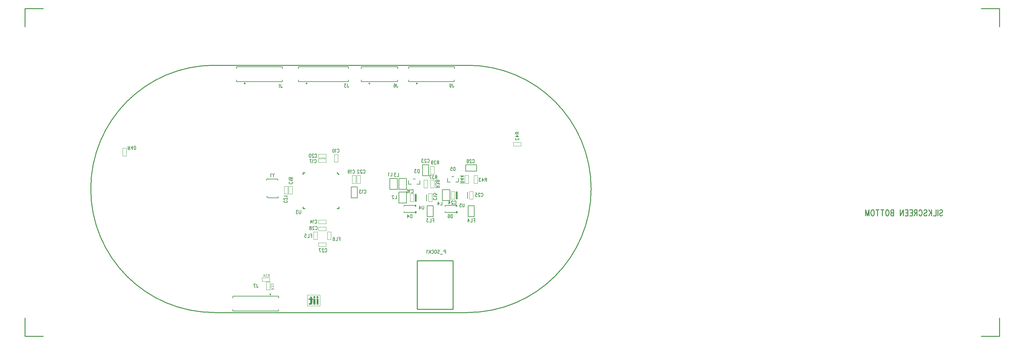
<source format=gbr>
*
*
G04 PADS VX.0 Build Number: 635560 generated Gerber (RS-274-X) file*
G04 PC Version=2.1*
*
%IN "JOG_v1.pcb"*%
*
%MOIN*%
*
%FSLAX35Y35*%
*
*
*
*
G04 PC Standard Apertures*
*
*
G04 Thermal Relief Aperture macro.*
%AMTER*
1,1,$1,0,0*
1,0,$1-$2,0,0*
21,0,$3,$4,0,0,45*
21,0,$3,$4,0,0,135*
%
*
*
G04 Annular Aperture macro.*
%AMANN*
1,1,$1,0,0*
1,0,$2,0,0*
%
*
*
G04 Odd Aperture macro.*
%AMODD*
1,1,$1,0,0*
1,0,$1-0.005,0,0*
%
*
*
G04 PC Custom Aperture Macros*
*
*
*
*
*
*
G04 PC Aperture Table*
*
%ADD010C,0.001*%
%ADD011C,0.004*%
%ADD012C,0.01*%
%ADD014C,0.006*%
%ADD015C,0.00591*%
%ADD016C,0.01575*%
%ADD017C,0.00787*%
%ADD022C,0.008*%
%ADD023C,0.00472*%
*
*
*
*
G04 PC Circuitry*
G04 Layer Name JOG_v1.pcb - circuitry*
%LPD*%
*
*
G04 PC Custom Flashes*
G04 Layer Name JOG_v1.pcb - flashes*
%LPD*%
*
*
G04 PC Circuitry*
G04 Layer Name JOG_v1.pcb - circuitry*
%LPD*%
*
G54D10*
G54D11*
G01X1804654Y1619948D02*
X1808654D01*
Y1611548*
X1804654*
Y1619948*
X1795854Y1547748D02*
Y1543748D01*
X1787454*
Y1547748*
X1795854*
X1912000Y1568300D02*
X1908000D01*
Y1576700*
X1912000*
Y1568300*
X1888000Y1576700D02*
X1892000D01*
Y1568300*
X1888000*
Y1576700*
X1795854Y1615248D02*
Y1611248D01*
X1787454*
Y1615248*
X1795854*
X1758654Y1576548D02*
X1754654D01*
Y1584948*
X1758654*
Y1576548*
X1824500Y1596700D02*
X1828500D01*
Y1588300*
X1824500*
Y1596700*
X1795854Y1620248D02*
Y1616248D01*
X1787454*
Y1620248*
X1795854*
X1753654Y1576548D02*
X1749654D01*
Y1584948*
X1753654*
Y1576548*
X1829500Y1596700D02*
X1833500D01*
Y1588300*
X1829500*
Y1596700*
X1933000Y1579200D02*
X1937000D01*
Y1570800*
X1933000*
Y1579200*
X1957000Y1570800D02*
X1953000D01*
Y1579200*
X1957000*
Y1570800*
X1787454Y1518748D02*
Y1522748D01*
X1795854*
Y1518748*
X1787454*
Y1536248D02*
Y1540248D01*
X1795854*
Y1536248*
X1787454*
X1786154Y1526548D02*
X1782154D01*
Y1534948*
X1786154*
Y1526548*
X1801154D02*
X1797154D01*
Y1534948*
X1801154*
Y1526548*
X1903000Y1591700D02*
X1907000D01*
Y1583300*
X1903000*
Y1591700*
X1914500Y1583300D02*
X1910500D01*
Y1591700*
X1914500*
Y1583300*
Y1598300D02*
X1910500D01*
Y1606700*
X1914500*
Y1598300*
X1576500Y1618300D02*
X1572500D01*
Y1626700*
X1576500*
Y1618300*
X2001300Y1629000D02*
Y1633000D01*
X2009700*
Y1629000*
X2001300*
X1958000Y1596700D02*
X1962000D01*
Y1588300*
X1958000*
Y1596700*
X1948000D02*
X1952000D01*
Y1588300*
X1948000*
Y1596700*
X1734000Y1471300D02*
X1730000D01*
Y1479700*
X1734000*
Y1471300*
X1733700Y1484500D02*
Y1480500D01*
X1725300*
Y1484500*
X1733700*
X1775677Y1465355D02*
Y1465341D01*
X1775620*
Y1465328*
X1775555*
Y1465315*
X1775503*
Y1465302*
X1775464*
Y1465289*
X1775437*
Y1465276*
X1775398*
Y1465263*
X1775372*
Y1465250*
X1775346*
Y1465237*
X1775320*
Y1465224*
X1775307*
Y1465211*
X1775281*
Y1465198*
X1775255*
Y1465185*
X1775242*
Y1465172*
X1775229*
Y1465159*
X1775203*
Y1465146*
X1775190*
Y1465133*
X1775177*
Y1465120*
X1775164*
Y1465107*
X1775151*
Y1465094*
X1775138*
Y1465081*
X1775125*
Y1465068*
X1775112*
Y1465055*
X1775099*
Y1465042*
X1775086*
Y1465029*
X1775073*
Y1465003*
X1775060*
Y1464990*
X1775047*
Y1464964*
X1775034*
Y1464951*
X1775021*
Y1464924*
X1775008*
Y1464898*
X1774995*
Y1464872*
X1774982*
Y1464846*
X1774969*
Y1464807*
X1774956*
Y1464768*
X1774943*
Y1464716*
X1774930*
Y1454143*
X1774943*
Y1454091*
X1774956*
Y1454052*
X1774969*
Y1454013*
X1774982*
Y1453987*
X1774995*
Y1453961*
X1775008*
Y1453935*
X1775021*
Y1453909*
X1775034*
Y1453896*
X1775047*
Y1453870*
X1775060*
Y1453857*
X1775073*
Y1453831*
X1775086*
Y1453818*
X1775099*
Y1453805*
X1775112*
Y1453792*
X1775125*
Y1453779*
X1775138*
Y1453766*
X1775151*
Y1453753*
X1775164*
Y1453740*
X1775177*
Y1453727*
X1775190*
Y1453714*
X1775203*
Y1453701*
X1775229*
Y1453687*
X1775229D02*
X1775242D01*
X1775242D02*
Y1453674D01*
X1775255*
Y1453661*
X1775281*
Y1453648*
X1775307*
Y1453635*
X1775320*
Y1453622*
X1775346*
Y1453609*
X1775372*
Y1453596*
X1775398*
Y1453583*
X1775437*
Y1453570*
X1775464*
Y1453557*
X1775516*
Y1453544*
X1775633*
Y1453531*
X1789083*
Y1464703*
X1789070*
Y1464768*
X1789057*
Y1464807*
X1789044*
Y1464846*
X1789031*
Y1464872*
X1789018*
Y1464898*
X1789005*
Y1464924*
X1788992*
Y1464951*
X1788979*
Y1464964*
X1788966*
Y1464990*
X1788953*
Y1465003*
X1788940*
Y1465016*
X1788927*
Y1465042*
X1788914*
Y1465055*
X1788901*
Y1465068*
X1788888*
Y1465081*
X1788875*
Y1465094*
X1788862*
Y1465107*
X1788849*
Y1465120*
X1788836*
Y1465133*
X1788823*
Y1465146*
X1788810*
Y1465159*
X1788784*
Y1465172*
X1788771*
Y1465185*
X1788745*
Y1465198*
X1788732*
Y1465211*
X1788706*
Y1465224*
X1788693*
Y1465237*
X1788667*
Y1465250*
X1788641*
Y1465263*
X1788615*
Y1465276*
X1788576*
Y1465289*
X1788549*
Y1465302*
X1788497*
Y1465315*
X1788458*
Y1465328*
X1788393*
Y1465341*
X1788338*
Y1465354*
X1775677Y1465355*
X1778471Y1463505D02*
Y1461370D01*
X1776779*
Y1460367*
X1778471*
Y1456930*
X1778458*
Y1456786*
X1778445*
Y1456695*
X1778432*
Y1456643*
X1778419*
Y1456591*
X1778406*
Y1456539*
X1778393*
Y1456500*
X1778380*
Y1456474*
X1778367*
Y1456448*
X1778354*
Y1456422*
X1778341*
Y1456396*
X1778328*
Y1456370*
X1778315*
Y1456357*
X1778302*
Y1456331*
X1778289*
Y1456318*
X1778276*
Y1456305*
X1778263*
Y1456292*
X1778250*
Y1456279*
X1778237*
Y1456266*
X1778224*
Y1456253*
X1778211*
Y1456240*
X1778185*
Y1456227*
X1778172*
Y1456214*
X1778146*
Y1456201*
X1778120*
Y1456187*
X1778094*
Y1456174*
X1778068*
Y1456161*
X1778029*
Y1456148*
X1777977*
Y1456135*
X1777924*
Y1456122*
X1777833*
Y1456109*
X1777443*
Y1456122*
X1777326*
Y1456135*
X1777234*
Y1456148*
X1777169*
Y1456161*
X1777104*
Y1456174*
X1777039*
Y1456187*
X1776987*
Y1456201*
X1776935*
Y1456214*
X1776896*
Y1456227*
X1776844*
Y1456240*
X1776831*
Y1455211*
X1776857*
Y1455198*
X1776883*
Y1455185*
X1776922*
Y1455172*
X1776961*
Y1455159*
X1777000*
Y1455146*
X1777039*
Y1455133*
X1777091*
Y1455120*
X1777143*
Y1455107*
X1777195*
Y1455094*
X1777260*
Y1455081*
X1777326*
Y1455068*
X1777391*
Y1455055*
X1777469*
Y1455042*
X1777573*
Y1455029*
X1777677*
Y1455016*
X1777807*
Y1455003*
X1777990*
Y1454990*
X1778589*
Y1455003*
X1778706*
Y1455016*
X1778784*
Y1455029*
X1778849*
Y1455042*
X1778901*
Y1455055*
X1778953*
Y1455068*
X1778992*
Y1455081*
X1779031*
Y1455094*
X1779070*
Y1455107*
X1779109*
Y1455120*
X1779135*
Y1455133*
X1779174*
Y1455146*
X1779201*
Y1455159*
X1779227*
Y1455172*
X1779253*
Y1455185*
X1779279*
Y1455198*
X1779305*
Y1455211*
X1779331*
Y1455224*
X1779357*
Y1455237*
X1779370*
Y1455250*
X1779396*
Y1455263*
X1779409*
Y1455276*
X1779435*
Y1455289*
X1779448*
Y1455302*
X1779474*
Y1455315*
X1779487*
Y1455328*
X1779513*
Y1455341*
X1779526*
Y1455354*
X1779539*
Y1455367*
X1779552*
Y1455380*
X1779578*
Y1455393*
X1779591*
Y1455406*
X1779604*
Y1455419*
X1779617*
Y1455432*
X1779630*
Y1455445*
X1779643*
Y1455458*
X1779656*
Y1455471*
X1779669*
Y1455484*
X1779682*
Y1455497*
X1779695*
Y1455510*
X1779708*
Y1455523*
X1779721*
Y1455536*
X1779734*
Y1455549*
X1779747*
Y1455562*
X1779747D02*
X1779760D01*
X1779760D02*
Y1455576D01*
X1779773*
Y1455589*
X1779786*
Y1455602*
X1779799*
Y1455628*
X1779812*
X1779812D02*
Y1455641D01*
X1779812D02*
X1779826D01*
Y1455654*
X1779839*
Y1455680*
X1779852*
Y1455693*
X1779865*
Y1455706*
X1779878*
Y1455732*
X1779891*
Y1455745*
X1779904*
Y1455771*
X1779917*
Y1455784*
X1779930*
Y1455810*
X1779943*
Y1455836*
X1779956*
Y1455849*
X1779969*
Y1455875*
X1779982*
Y1455901*
X1779995*
Y1455927*
X1780008*
Y1455953*
X1780021*
Y1455979*
X1780034*
Y1456005*
X1780047*
Y1456044*
X1780060*
Y1456070*
X1780073*
Y1456096*
X1780086*
Y1456135*
X1780099*
Y1456174*
X1780112*
Y1456214*
X1780125*
Y1456253*
X1780138*
Y1456292*
X1780151*
Y1456344*
X1780164*
Y1456396*
X1780177*
Y1456448*
X1780190*
Y1456513*
X1780203*
Y1456578*
X1780216*
Y1456656*
X1780229*
Y1456760*
X1780242*
Y1456904*
X1780255*
Y1460380*
X1781023*
Y1461318*
X1780854*
Y1461331*
X1780620*
Y1461344*
X1780372*
Y1461357*
X1780190*
Y1461383*
X1780177*
Y1461435*
X1780164*
Y1461487*
X1780151*
Y1461526*
X1780138*
Y1461578*
X1780125*
Y1461617*
X1780112*
Y1461669*
X1780099*
Y1461721*
X1780086*
Y1461760*
X1780073*
Y1461812*
X1780060*
Y1461852*
X1780047*
Y1461904*
X1780034*
Y1461956*
X1780021*
Y1461995*
X1780008*
Y1462047*
X1779995*
Y1462086*
X1779982*
Y1462138*
X1779969*
Y1462190*
X1779956*
Y1462229*
X1779943*
Y1462281*
X1779930*
Y1462320*
X1779917*
Y1462372*
X1779904*
Y1462424*
X1779891*
Y1462464*
X1779878*
Y1462516*
X1779865*
Y1462555*
X1779852*
Y1462607*
X1779839*
Y1462659*
X1779826*
Y1462698*
X1779812*
X1779812D02*
Y1462750D01*
X1779812D02*
X1779799D01*
Y1462789*
X1779786*
Y1462841*
X1779773*
Y1462893*
X1779760*
Y1462932*
X1779747*
Y1462984*
X1779734*
Y1463023*
X1779721*
Y1463076*
X1779708*
Y1463128*
X1779695*
Y1463167*
X1779682*
Y1463219*
X1779669*
Y1463271*
X1779656*
Y1463310*
X1779643*
Y1463362*
X1779630*
Y1463401*
X1779617*
Y1463453*
X1779604*
Y1463505*
X1778471*
X1785398Y1461500D02*
Y1455042D01*
X1787195*
Y1461500*
X1785398*
X1782000D02*
Y1455042D01*
X1783797*
Y1461500*
X1782000*
G54D12*
X1707005Y1697835D02*
G75*
G03X1707005I-548J0D01*
G01X1774918D02*
G03X1774918I-548J0D01*
G01X1843816D02*
G03X1843816I-548J0D01*
G01X1735115Y1466102D02*
G03X1735115I-548J0D01*
G01X1895981Y1697835D02*
G03X1895981I-548J0D01*
G01X1935079Y1503228D02*
Y1449685D01*
X1895709*
Y1503228*
X1935079*
X1809685Y1562283D02*
Y1560315D01*
X1807717*
X1772283D02*
X1770315D01*
Y1562283*
Y1597717D02*
Y1599685D01*
X1772283*
X1807717D02*
X1809685Y1597717D01*
X2469318Y1558125D02*
X2469773Y1558750D01*
X2470455Y1559063*
X2470455D02*
X2471364D01*
X2471364D02*
X2472045Y1558750D01*
X2472500Y1558125*
Y1557500*
X2472273Y1556875*
X2472045Y1556563*
X2472045D02*
X2471591Y1556250D01*
X2470227Y1555625*
X2469773Y1555313*
X2469773D02*
X2469545Y1555000D01*
X2469318Y1554375*
Y1553438*
X2469318D02*
X2469773Y1552813D01*
X2469773D02*
X2470455Y1552500D01*
X2471364*
X2472045Y1552813*
X2472045D02*
X2472500Y1553438D01*
X2467273Y1559063D02*
Y1552500D01*
X2465227Y1559063D02*
Y1552500D01*
X2462500*
X2460455Y1559063D02*
Y1552500D01*
X2457273Y1559063D02*
X2460455Y1554688D01*
X2459318Y1556250D02*
X2457273Y1552500D01*
X2452045Y1558125D02*
X2452500Y1558750D01*
X2453182Y1559063*
X2453182D02*
X2454091D01*
X2454091D02*
X2454773Y1558750D01*
X2455227Y1558125*
Y1557500*
X2455000Y1556875*
X2454773Y1556563*
X2454773D02*
X2454318Y1556250D01*
X2452955Y1555625*
X2452500Y1555313*
X2452500D02*
X2452273Y1555000D01*
X2452045Y1554375*
Y1553438*
X2452045D02*
X2452500Y1552813D01*
X2452500D02*
X2453182Y1552500D01*
X2454091*
X2454773Y1552813*
X2454773D02*
X2455227Y1553438D01*
X2446591Y1557500D02*
X2446818Y1558125D01*
X2447273Y1558750*
X2447727Y1559063*
X2447727D02*
X2448636D01*
X2448636D02*
X2449091Y1558750D01*
X2449545Y1558125*
X2449773Y1557500*
X2450000Y1556563*
X2450000D02*
Y1555000D01*
X2449773Y1554063*
X2449773D02*
X2449545Y1553438D01*
X2449545D02*
X2449091Y1552813D01*
X2449091D02*
X2448636Y1552500D01*
X2447727*
X2447273Y1552813*
X2447273D02*
X2446818Y1553438D01*
X2446818D02*
X2446591Y1554063D01*
X2444545Y1559063D02*
Y1552500D01*
Y1559063D02*
X2442500D01*
X2442500D02*
X2441818Y1558750D01*
X2441591Y1558438*
X2441591D02*
X2441364Y1557813D01*
X2441364D02*
Y1557188D01*
X2441364D02*
X2441591Y1556563D01*
X2441591D02*
X2441818Y1556250D01*
X2442500Y1555938*
X2442500D02*
X2444545D01*
X2442955D02*
X2441364Y1552500D01*
X2439318Y1559063D02*
Y1552500D01*
Y1559063D02*
X2436364D01*
X2439318Y1555938D02*
X2437500D01*
X2439318Y1552500D02*
X2436364D01*
X2434318Y1559063D02*
Y1552500D01*
Y1559063D02*
X2431364D01*
X2434318Y1555938D02*
X2432500D01*
X2434318Y1552500D02*
X2431364D01*
X2429318Y1559063D02*
Y1552500D01*
Y1559063D02*
X2426136Y1552500D01*
Y1559063D02*
Y1552500D01*
X2418864Y1559063D02*
Y1552500D01*
Y1559063D02*
X2416818D01*
X2416818D02*
X2416136Y1558750D01*
X2415909Y1558438*
X2415909D02*
X2415682Y1557813D01*
X2415682D02*
Y1557188D01*
X2415682D02*
X2415909Y1556563D01*
X2415909D02*
X2416136Y1556250D01*
X2416818Y1555938*
X2418864D02*
X2416818D01*
X2416818D02*
X2416136Y1555625D01*
X2415909Y1555313*
X2415909D02*
X2415682Y1554688D01*
X2415682D02*
Y1553750D01*
X2415909Y1553125*
X2416136Y1552813*
X2416136D02*
X2416818Y1552500D01*
X2418864*
X2412273Y1559063D02*
X2412727Y1558750D01*
X2413182Y1558125*
X2413409Y1557500*
X2413636Y1556563*
X2413636D02*
Y1555000D01*
X2413409Y1554063*
X2413409D02*
X2413182Y1553438D01*
X2413182D02*
X2412727Y1552813D01*
X2412727D02*
X2412273Y1552500D01*
X2411364*
X2410909Y1552813*
X2410909D02*
X2410455Y1553438D01*
X2410455D02*
X2410227Y1554063D01*
X2410227D02*
X2410000Y1555000D01*
Y1556563*
X2410000D02*
X2410227Y1557500D01*
X2410455Y1558125*
X2410909Y1558750*
X2411364Y1559063*
X2411364D02*
X2412273D01*
X2406364D02*
Y1552500D01*
X2407955Y1559063D02*
X2404773D01*
X2401136D02*
Y1552500D01*
X2402727Y1559063D02*
X2399545D01*
X2396136D02*
X2396591Y1558750D01*
X2397045Y1558125*
X2397273Y1557500*
X2397500Y1556563*
X2397500D02*
Y1555000D01*
X2397273Y1554063*
X2397273D02*
X2397045Y1553438D01*
X2397045D02*
X2396591Y1552813D01*
X2396591D02*
X2396136Y1552500D01*
X2395227*
X2394773Y1552813*
X2394773D02*
X2394318Y1553438D01*
X2394318D02*
X2394091Y1554063D01*
X2394091D02*
X2393864Y1555000D01*
Y1556563*
X2393864D02*
X2394091Y1557500D01*
X2394318Y1558125*
X2394773Y1558750*
X2395227Y1559063*
X2395227D02*
X2396136D01*
X2391818D02*
Y1552500D01*
Y1559063D02*
X2390000Y1552500D01*
X2388182Y1559063D02*
X2390000Y1552500D01*
X2388182Y1559063D02*
Y1552500D01*
X1673001Y1446142D02*
X1950955D01*
G03Y1717795I0J135827*
G01X1673001*
X1672971D02*
G03Y1446142I237J-135826D01*
G01X1465000Y1440000D02*
Y1420000D01*
X1485000*
Y1780000D02*
X1465000D01*
Y1760000*
X2535000D02*
Y1780000D01*
X2515000*
Y1420000D02*
X2535000D01*
Y1440000*
G54D14*
X1830079Y1572224D02*
Y1584272D01*
X1823228*
Y1572224*
X1830079*
X1901575Y1608524D02*
Y1596476D01*
X1908425*
Y1608524*
X1901575*
X1948976Y1601575D02*
X1961024D01*
Y1608425*
X1948976*
Y1601575*
X1913425Y1551476D02*
Y1563524D01*
X1906575*
Y1551476*
X1913425*
X1951575Y1563524D02*
Y1551476D01*
X1958425*
Y1563524*
X1951575*
X1874134Y1581476D02*
Y1593524D01*
X1865866*
Y1581476*
X1874134*
X1884134Y1566476D02*
Y1578524D01*
X1875866*
Y1566476*
X1884134*
Y1581476D02*
Y1593524D01*
X1875866*
Y1581476*
X1884134*
X1931634Y1568976D02*
Y1581024D01*
X1923366*
Y1568976*
X1931634*
X1905906Y1568957D02*
Y1575846D01*
X1950906Y1571457D02*
Y1578346D01*
X1778577Y1461255D02*
X1776877D01*
Y1460455*
X1778577*
Y1456630*
X1777878Y1455931*
X1776977Y1456095*
Y1455309*
X1778485Y1455057*
G03X1780177Y1456770I-230J1919*
G01Y1460455*
X1780877*
Y1461255*
X1780157*
X1779457Y1463455*
X1778577*
Y1461255*
X1776877Y1460996D02*
X1780877D01*
X1776877Y1460456D02*
X1780877D01*
X1778577Y1459916D02*
X1780177D01*
X1778577Y1459376D02*
X1780177D01*
X1778577Y1458836D02*
X1780177D01*
X1778577Y1458296D02*
X1780177D01*
X1778577Y1457756D02*
X1780177D01*
X1778577Y1457216D02*
X1780177D01*
X1778577Y1456676D02*
X1780164D01*
X1778577Y1461536D02*
X1780068D01*
X1778082Y1456136D02*
X1779996D01*
X1778577Y1462076D02*
X1779896D01*
X1778577Y1462616D02*
X1779724D01*
X1776977Y1455596D02*
X1779608D01*
X1778577Y1463156D02*
X1779552D01*
G54D15*
X1889500Y1587047D02*
X1886398D01*
Y1591181*
X1895500Y1587047D02*
X1898602D01*
Y1591181*
X1891319Y1592953D02*
X1893681D01*
X1893996Y1563937D02*
X1881398D01*
Y1562902*
X1894193Y1556063D02*
X1881461D01*
Y1557110*
X1932000Y1589547D02*
X1928898D01*
Y1593681*
X1938000Y1589547D02*
X1941102D01*
Y1593681*
X1933819Y1595453D02*
X1936181D01*
X1938996Y1563937D02*
X1926398D01*
Y1562902*
X1939193Y1556063D02*
X1926461D01*
Y1557110*
X1697402Y1701654D02*
Y1699685D01*
X1747559*
Y1701654*
X1697480Y1714252D02*
Y1716220D01*
X1747598*
Y1714252*
X1765354Y1701654D02*
Y1699685D01*
X1820354*
Y1701654*
X1765354Y1714252D02*
Y1716220D01*
X1820354*
Y1714252*
X1834291Y1701654D02*
Y1699685D01*
X1874449*
Y1701654*
X1834291Y1714252D02*
Y1716220D01*
X1874449*
Y1714252*
X1743622Y1462283D02*
Y1464252D01*
X1693465*
Y1462283*
X1743543Y1449685D02*
Y1447717D01*
X1693425*
Y1449685*
X1886378Y1701654D02*
Y1699685D01*
X1936535*
Y1701654*
X1886457Y1714252D02*
Y1716220D01*
X1936575*
Y1714252*
G54D16*
X1893874Y1563740D02*
Y1563354D01*
X1894024Y1556697D02*
Y1556260D01*
X1938874Y1563740D02*
Y1563354D01*
X1939024Y1556697D02*
Y1556260D01*
X1894094Y1568957D02*
Y1575846D01*
X1939094Y1571457D02*
Y1578346D01*
G54D17*
X1742874Y1591555D02*
Y1592700D01*
X1730362Y1592684*
Y1591555*
X1730236Y1573799D02*
X1731929Y1572106D01*
X1742953*
Y1573917*
G54D22*
X1807955Y1625000D02*
X1808091Y1625375D01*
X1808364Y1625750*
X1808636Y1625937*
X1808636D02*
X1809182D01*
X1809182D02*
X1809455Y1625750D01*
X1809727Y1625375*
X1809864Y1625000*
X1810000Y1624437*
X1810000D02*
Y1623500D01*
X1809864Y1622937*
X1809864D02*
X1809727Y1622562D01*
X1809727D02*
X1809455Y1622187D01*
X1809455D02*
X1809182Y1622000D01*
X1808636*
X1808364Y1622187*
X1808364D02*
X1808091Y1622562D01*
X1808091D02*
X1807955Y1622937D01*
X1806727Y1625187D02*
X1806455Y1625375D01*
X1806045Y1625937*
X1806045D02*
Y1622000D01*
X1804000Y1625937D02*
X1804409Y1625750D01*
X1804682Y1625187*
X1804682D02*
X1804818Y1624250D01*
Y1623687*
X1804818D02*
X1804682Y1622750D01*
X1804409Y1622187*
X1804409D02*
X1804000Y1622000D01*
X1803727*
X1803318Y1622187*
X1803318D02*
X1803045Y1622750D01*
X1802909Y1623687*
X1802909D02*
Y1624250D01*
X1803045Y1625187*
X1803045D02*
X1803318Y1625750D01*
X1803727Y1625937*
X1803727D02*
X1804000D01*
X1837455Y1580000D02*
X1837591Y1580375D01*
X1837864Y1580750*
X1838136Y1580938*
X1838136D02*
X1838682D01*
X1838682D02*
X1838955Y1580750D01*
X1839227Y1580375*
X1839364Y1580000*
X1839500Y1579438*
X1839500D02*
Y1578500D01*
X1839364Y1577938*
X1839364D02*
X1839227Y1577563D01*
X1839227D02*
X1838955Y1577188D01*
X1838955D02*
X1838682Y1577000D01*
X1838136*
X1837864Y1577188*
X1837864D02*
X1837591Y1577563D01*
X1837591D02*
X1837455Y1577938D01*
X1836227Y1580188D02*
X1835955Y1580375D01*
X1835545Y1580938*
X1835545D02*
Y1577000D01*
X1834045Y1580938D02*
X1832545D01*
X1832545D02*
X1833364Y1579438D01*
X1833364D02*
X1832955D01*
X1832955D02*
X1832682Y1579250D01*
X1832545Y1579063*
X1832545D02*
X1832409Y1578500D01*
Y1578125*
X1832545Y1577563*
X1832545D02*
X1832818Y1577188D01*
X1832818D02*
X1833227Y1577000D01*
X1833636*
X1834045Y1577188*
X1834045D02*
X1834182Y1577375D01*
X1834318Y1577750*
X1783455Y1547000D02*
X1783591Y1547375D01*
X1783864Y1547750*
X1784136Y1547938*
X1784136D02*
X1784682D01*
X1784682D02*
X1784955Y1547750D01*
X1785227Y1547375*
X1785364Y1547000*
X1785500Y1546438*
X1785500D02*
Y1545500D01*
X1785364Y1544938*
X1785364D02*
X1785227Y1544563D01*
X1785227D02*
X1784955Y1544188D01*
X1784955D02*
X1784682Y1544000D01*
X1784136*
X1783864Y1544188*
X1783864D02*
X1783591Y1544563D01*
X1783591D02*
X1783455Y1544938D01*
X1782227Y1547188D02*
X1781955Y1547375D01*
X1781545Y1547938*
X1781545D02*
Y1544000D01*
X1778955Y1547938D02*
X1780318Y1545313D01*
X1780318D02*
X1778273D01*
X1778955Y1547938D02*
Y1544000D01*
X1916500Y1572045D02*
X1916875Y1571909D01*
X1917250Y1571636*
X1917438Y1571364*
X1917438D02*
Y1570818D01*
X1917438D02*
X1917250Y1570545D01*
X1916875Y1570273*
X1916500Y1570136*
X1915938Y1570000*
X1915938D02*
X1915000D01*
X1914438Y1570136*
X1914438D02*
X1914063Y1570273D01*
X1914063D02*
X1913688Y1570545D01*
X1913688D02*
X1913500Y1570818D01*
Y1571364*
X1913688Y1571636*
X1913688D02*
X1914063Y1571909D01*
X1914063D02*
X1914438Y1572045D01*
X1916688Y1573273D02*
X1916875Y1573545D01*
X1917438Y1573955*
X1917438D02*
X1913500D01*
X1917438Y1576955D02*
Y1575591D01*
X1917438D02*
X1915750Y1575455D01*
X1915938Y1575591*
X1915938D02*
X1916125Y1576000D01*
Y1576409*
X1915938Y1576818*
X1915938D02*
X1915563Y1577091D01*
X1915563D02*
X1915000Y1577227D01*
X1914625Y1577091*
X1914063Y1576955*
X1914063D02*
X1913688Y1576682D01*
X1913688D02*
X1913500Y1576273D01*
Y1575864*
X1913688Y1575455*
X1913688D02*
X1913875Y1575318D01*
X1914250Y1575182*
X1889455Y1580500D02*
X1889591Y1580875D01*
X1889864Y1581250*
X1890136Y1581438*
X1890136D02*
X1890682D01*
X1890682D02*
X1890955Y1581250D01*
X1891227Y1580875*
X1891364Y1580500*
X1891500Y1579938*
X1891500D02*
Y1579000D01*
X1891364Y1578438*
X1891364D02*
X1891227Y1578063D01*
X1891227D02*
X1890955Y1577688D01*
X1890955D02*
X1890682Y1577500D01*
X1890136*
X1889864Y1577688*
X1889864D02*
X1889591Y1578063D01*
X1889591D02*
X1889455Y1578438D01*
X1888227Y1580688D02*
X1887955Y1580875D01*
X1887545Y1581438*
X1887545D02*
Y1577500D01*
X1884682Y1580875D02*
X1884818Y1581250D01*
X1885227Y1581438*
X1885227D02*
X1885500D01*
X1885500D02*
X1885909Y1581250D01*
X1886182Y1580688*
X1886182D02*
X1886318Y1579750D01*
Y1578813*
X1886318D02*
X1886182Y1578063D01*
X1886182D02*
X1885909Y1577688D01*
X1885909D02*
X1885500Y1577500D01*
X1885364*
X1884955Y1577688*
X1884955D02*
X1884682Y1578063D01*
X1884682D02*
X1884545Y1578625D01*
Y1578813*
X1884545D02*
X1884682Y1579375D01*
X1884955Y1579750*
X1885364Y1579938*
X1885364D02*
X1885500D01*
X1885500D02*
X1885909Y1579750D01*
X1886182Y1579375*
X1886318Y1578813*
X1782955Y1613500D02*
X1783091Y1613875D01*
X1783364Y1614250*
X1783636Y1614438*
X1783636D02*
X1784182D01*
X1784182D02*
X1784455Y1614250D01*
X1784727Y1613875*
X1784864Y1613500*
X1785000Y1612938*
X1785000D02*
Y1612000D01*
X1784864Y1611438*
X1784864D02*
X1784727Y1611063D01*
X1784727D02*
X1784455Y1610688D01*
X1784455D02*
X1784182Y1610500D01*
X1783636*
X1783364Y1610688*
X1783364D02*
X1783091Y1611063D01*
X1783091D02*
X1782955Y1611438D01*
X1781727Y1613688D02*
X1781455Y1613875D01*
X1781045Y1614438*
X1781045D02*
Y1610500D01*
X1777909Y1614438D02*
X1779273Y1610500D01*
X1779818Y1614438D02*
X1777909D01*
X1758000Y1589545D02*
X1758375Y1589409D01*
X1758750Y1589136*
X1758938Y1588864*
Y1588318*
X1758750Y1588045*
X1758375Y1587773*
X1758000Y1587636*
X1757438Y1587500*
X1756500*
X1755938Y1587636*
X1755563Y1587773*
X1755188Y1588045*
X1755000Y1588318*
Y1588864*
X1755188Y1589136*
X1755563Y1589409*
X1755938Y1589545*
X1758188Y1590773D02*
X1758375Y1591045D01*
X1758938Y1591455*
X1755000*
X1758938Y1593364D02*
X1758750Y1592955D01*
X1758375Y1592818*
X1758000*
X1757625Y1592955*
X1757438Y1593227*
X1757250Y1593773*
X1757063Y1594182*
X1756688Y1594455*
X1756313Y1594591*
X1755750*
X1755375Y1594455*
X1755188Y1594318*
X1755000Y1593909*
Y1593364*
X1755188Y1592955*
X1755375Y1592818*
X1755750Y1592682*
X1756313*
X1756688Y1592818*
X1757063Y1593091*
X1757250Y1593500*
X1757438Y1594045*
X1757625Y1594318*
X1758000Y1594455*
X1758375*
X1758750Y1594318*
X1758938Y1593909*
Y1593364*
X1824955Y1602000D02*
X1825091Y1602375D01*
X1825364Y1602750*
X1825636Y1602938*
X1825636D02*
X1826182D01*
X1826182D02*
X1826455Y1602750D01*
X1826727Y1602375*
X1826864Y1602000*
X1827000Y1601438*
X1827000D02*
Y1600500D01*
X1826864Y1599938*
X1826864D02*
X1826727Y1599563D01*
X1826727D02*
X1826455Y1599188D01*
X1826455D02*
X1826182Y1599000D01*
X1825636*
X1825364Y1599188*
X1825364D02*
X1825091Y1599563D01*
X1825091D02*
X1824955Y1599938D01*
X1823727Y1602188D02*
X1823455Y1602375D01*
X1823045Y1602938*
X1823045D02*
Y1599000D01*
X1820045Y1601625D02*
X1820182Y1601063D01*
X1820182D02*
X1820455Y1600688D01*
X1820455D02*
X1820864Y1600500D01*
X1821000*
X1821409Y1600688*
X1821409D02*
X1821682Y1601063D01*
X1821682D02*
X1821818Y1601625D01*
Y1601813*
X1821818D02*
X1821682Y1602375D01*
X1821409Y1602750*
X1821000Y1602938*
X1821000D02*
X1820864D01*
X1820864D02*
X1820455Y1602750D01*
X1820182Y1602375*
X1820045Y1601625*
Y1600688*
X1820045D02*
X1820182Y1599750D01*
X1820455Y1599188*
X1820455D02*
X1820864Y1599000D01*
X1821136*
X1821545Y1599188*
X1821545D02*
X1821682Y1599563D01*
X1783455Y1619500D02*
X1783591Y1619875D01*
X1783864Y1620250*
X1784136Y1620438*
X1784136D02*
X1784682D01*
X1784682D02*
X1784955Y1620250D01*
X1785227Y1619875*
X1785364Y1619500*
X1785500Y1618938*
X1785500D02*
Y1618000D01*
X1785364Y1617438*
X1785364D02*
X1785227Y1617063D01*
X1785227D02*
X1784955Y1616688D01*
X1784955D02*
X1784682Y1616500D01*
X1784136*
X1783864Y1616688*
X1783864D02*
X1783591Y1617063D01*
X1783591D02*
X1783455Y1617438D01*
X1782091Y1619500D02*
Y1619688D01*
X1782091D02*
X1781955Y1620063D01*
X1781955D02*
X1781818Y1620250D01*
X1781545Y1620438*
X1781545D02*
X1781000D01*
X1781000D02*
X1780727Y1620250D01*
X1780591Y1620063*
X1780591D02*
X1780455Y1619688D01*
X1780455D02*
Y1619313D01*
X1780455D02*
X1780591Y1618938D01*
X1780591D02*
X1780864Y1618375D01*
X1782227Y1616500*
X1780318*
X1778273Y1620438D02*
X1778682Y1620250D01*
X1778955Y1619688*
X1778955D02*
X1779091Y1618750D01*
Y1618188*
X1779091D02*
X1778955Y1617250D01*
X1778682Y1616688*
X1778682D02*
X1778273Y1616500D01*
X1778000*
X1777591Y1616688*
X1777591D02*
X1777318Y1617250D01*
X1777182Y1618188*
X1777182D02*
Y1618750D01*
X1777318Y1619688*
X1777318D02*
X1777591Y1620250D01*
X1778000Y1620438*
X1778000D02*
X1778273D01*
X1752500Y1569045D02*
X1752875Y1568909D01*
X1753250Y1568636*
X1753438Y1568364*
X1753438D02*
Y1567818D01*
X1753438D02*
X1753250Y1567545D01*
X1752875Y1567273*
X1752500Y1567136*
X1751938Y1567000*
X1751938D02*
X1751000D01*
X1750438Y1567136*
X1750438D02*
X1750063Y1567273D01*
X1750063D02*
X1749688Y1567545D01*
X1749688D02*
X1749500Y1567818D01*
Y1568364*
X1749688Y1568636*
X1749688D02*
X1750063Y1568909D01*
X1750063D02*
X1750438Y1569045D01*
X1752500Y1570409D02*
X1752688D01*
X1752688D02*
X1753063Y1570545D01*
X1753063D02*
X1753250Y1570682D01*
X1753438Y1570955*
X1753438D02*
Y1571500D01*
X1753438D02*
X1753250Y1571773D01*
X1753063Y1571909*
X1753063D02*
X1752688Y1572045D01*
X1752688D02*
X1752313D01*
X1752313D02*
X1751938Y1571909D01*
X1751938D02*
X1751375Y1571636D01*
X1749500Y1570273*
Y1572182*
X1752688Y1573409D02*
X1752875Y1573682D01*
X1753438Y1574091*
X1753438D02*
X1749500D01*
X1836455Y1602000D02*
X1836591Y1602375D01*
X1836864Y1602750*
X1837136Y1602937*
X1837136D02*
X1837682D01*
X1837682D02*
X1837955Y1602750D01*
X1838227Y1602375*
X1838364Y1602000*
X1838500Y1601437*
X1838500D02*
Y1600500D01*
X1838364Y1599937*
X1838364D02*
X1838227Y1599562D01*
X1838227D02*
X1837955Y1599187D01*
X1837955D02*
X1837682Y1599000D01*
X1837136*
X1836864Y1599187*
X1836864D02*
X1836591Y1599562D01*
X1836591D02*
X1836455Y1599937D01*
X1835091Y1602000D02*
Y1602187D01*
X1835091D02*
X1834955Y1602562D01*
X1834955D02*
X1834818Y1602750D01*
X1834545Y1602937*
X1834545D02*
X1834000D01*
X1834000D02*
X1833727Y1602750D01*
X1833591Y1602562*
X1833591D02*
X1833455Y1602187D01*
X1833455D02*
Y1601812D01*
X1833455D02*
X1833591Y1601437D01*
X1833591D02*
X1833864Y1600875D01*
X1835227Y1599000*
X1833318*
X1831955Y1602000D02*
Y1602187D01*
X1831955D02*
X1831818Y1602562D01*
X1831818D02*
X1831682Y1602750D01*
X1831409Y1602937*
X1831409D02*
X1830864D01*
X1830864D02*
X1830591Y1602750D01*
X1830455Y1602562*
X1830455D02*
X1830318Y1602187D01*
X1830318D02*
Y1601812D01*
X1830318D02*
X1830455Y1601437D01*
X1830455D02*
X1830727Y1600875D01*
X1832091Y1599000*
X1830182*
X1906955Y1614000D02*
X1907091Y1614375D01*
X1907364Y1614750*
X1907636Y1614937*
X1907636D02*
X1908182D01*
X1908182D02*
X1908455Y1614750D01*
X1908727Y1614375*
X1908864Y1614000*
X1909000Y1613437*
X1909000D02*
Y1612500D01*
X1908864Y1611937*
X1908864D02*
X1908727Y1611562D01*
X1908727D02*
X1908455Y1611187D01*
X1908455D02*
X1908182Y1611000D01*
X1907636*
X1907364Y1611187*
X1907364D02*
X1907091Y1611562D01*
X1907091D02*
X1906955Y1611937D01*
X1905591Y1614000D02*
Y1614187D01*
X1905591D02*
X1905455Y1614562D01*
X1905455D02*
X1905318Y1614750D01*
X1905045Y1614937*
X1905045D02*
X1904500D01*
X1904500D02*
X1904227Y1614750D01*
X1904091Y1614562*
X1904091D02*
X1903955Y1614187D01*
X1903955D02*
Y1613812D01*
X1903955D02*
X1904091Y1613437D01*
X1904091D02*
X1904364Y1612875D01*
X1905727Y1611000*
X1903818*
X1902318Y1614937D02*
X1900818D01*
X1900818D02*
X1901636Y1613437D01*
X1901636D02*
X1901227D01*
X1901227D02*
X1900955Y1613250D01*
X1900818Y1613062*
X1900818D02*
X1900682Y1612500D01*
Y1612125*
X1900818Y1611562*
X1900818D02*
X1901091Y1611187D01*
X1901091D02*
X1901500Y1611000D01*
X1901909*
X1902318Y1611187*
X1902318D02*
X1902455Y1611375D01*
X1902591Y1611750*
X1936455Y1568000D02*
X1936591Y1568375D01*
X1936864Y1568750*
X1937136Y1568938*
X1937136D02*
X1937682D01*
X1937682D02*
X1937955Y1568750D01*
X1938227Y1568375*
X1938364Y1568000*
X1938500Y1567438*
X1938500D02*
Y1566500D01*
X1938364Y1565938*
X1938364D02*
X1938227Y1565563D01*
X1938227D02*
X1937955Y1565188D01*
X1937955D02*
X1937682Y1565000D01*
X1937136*
X1936864Y1565188*
X1936864D02*
X1936591Y1565563D01*
X1936591D02*
X1936455Y1565938D01*
X1935091Y1568000D02*
Y1568188D01*
X1935091D02*
X1934955Y1568563D01*
X1934955D02*
X1934818Y1568750D01*
X1934545Y1568938*
X1934545D02*
X1934000D01*
X1934000D02*
X1933727Y1568750D01*
X1933591Y1568563*
X1933591D02*
X1933455Y1568188D01*
X1933455D02*
Y1567813D01*
X1933455D02*
X1933591Y1567438D01*
X1933591D02*
X1933864Y1566875D01*
X1935227Y1565000*
X1933318*
X1930727Y1568938D02*
X1932091Y1566313D01*
X1932091D02*
X1930045D01*
X1930727Y1568938D02*
Y1565000D01*
X1965955Y1576500D02*
X1966091Y1576875D01*
X1966364Y1577250*
X1966636Y1577438*
X1966636D02*
X1967182D01*
X1967182D02*
X1967455Y1577250D01*
X1967727Y1576875*
X1967864Y1576500*
X1968000Y1575938*
X1968000D02*
Y1575000D01*
X1967864Y1574438*
X1967864D02*
X1967727Y1574063D01*
X1967727D02*
X1967455Y1573688D01*
X1967455D02*
X1967182Y1573500D01*
X1966636*
X1966364Y1573688*
X1966364D02*
X1966091Y1574063D01*
X1966091D02*
X1965955Y1574438D01*
X1964591Y1576500D02*
Y1576688D01*
X1964591D02*
X1964455Y1577063D01*
X1964455D02*
X1964318Y1577250D01*
X1964045Y1577438*
X1964045D02*
X1963500D01*
X1963500D02*
X1963227Y1577250D01*
X1963091Y1577063*
X1963091D02*
X1962955Y1576688D01*
X1962955D02*
Y1576313D01*
X1962955D02*
X1963091Y1575938D01*
X1963091D02*
X1963364Y1575375D01*
X1964727Y1573500*
X1962818*
X1959818Y1577438D02*
X1961182D01*
X1961182D02*
X1961318Y1575750D01*
X1961182Y1575938*
X1961182D02*
X1960773Y1576125D01*
X1960364*
X1959955Y1575938*
X1959955D02*
X1959682Y1575563D01*
X1959682D02*
X1959545Y1575000D01*
X1959682Y1574625*
X1959818Y1574063*
X1959818D02*
X1960091Y1573688D01*
X1960091D02*
X1960500Y1573500D01*
X1960909*
X1961318Y1573688*
X1961318D02*
X1961455Y1573875D01*
X1961591Y1574250*
X1956455Y1613500D02*
X1956591Y1613875D01*
X1956864Y1614250*
X1957136Y1614437*
X1957136D02*
X1957682D01*
X1957682D02*
X1957955Y1614250D01*
X1958227Y1613875*
X1958364Y1613500*
X1958500Y1612937*
X1958500D02*
Y1612000D01*
X1958364Y1611437*
X1958364D02*
X1958227Y1611062D01*
X1958227D02*
X1957955Y1610687D01*
X1957955D02*
X1957682Y1610500D01*
X1957136*
X1956864Y1610687*
X1956864D02*
X1956591Y1611062D01*
X1956591D02*
X1956455Y1611437D01*
X1955091Y1613500D02*
Y1613687D01*
X1955091D02*
X1954955Y1614062D01*
X1954955D02*
X1954818Y1614250D01*
X1954545Y1614437*
X1954545D02*
X1954000D01*
X1954000D02*
X1953727Y1614250D01*
X1953591Y1614062*
X1953591D02*
X1953455Y1613687D01*
X1953455D02*
Y1613312D01*
X1953455D02*
X1953591Y1612937D01*
X1953591D02*
X1953864Y1612375D01*
X1955227Y1610500*
X1953318*
X1950455Y1613875D02*
X1950591Y1614250D01*
X1951000Y1614437*
X1951000D02*
X1951273D01*
X1951273D02*
X1951682Y1614250D01*
X1951955Y1613687*
X1951955D02*
X1952091Y1612750D01*
Y1611812*
X1952091D02*
X1951955Y1611062D01*
X1951955D02*
X1951682Y1610687D01*
X1951682D02*
X1951273Y1610500D01*
X1951136*
X1950727Y1610687*
X1950727D02*
X1950455Y1611062D01*
X1950455D02*
X1950318Y1611625D01*
Y1611812*
X1950318D02*
X1950455Y1612375D01*
X1950727Y1612750*
X1951136Y1612937*
X1951136D02*
X1951273D01*
X1951273D02*
X1951682Y1612750D01*
X1951955Y1612375*
X1952091Y1611812*
X1794455Y1515500D02*
X1794591Y1515875D01*
X1794864Y1516250*
X1795136Y1516438*
X1795136D02*
X1795682D01*
X1795682D02*
X1795955Y1516250D01*
X1796227Y1515875*
X1796364Y1515500*
X1796500Y1514938*
X1796500D02*
Y1514000D01*
X1796364Y1513438*
X1796364D02*
X1796227Y1513063D01*
X1796227D02*
X1795955Y1512688D01*
X1795955D02*
X1795682Y1512500D01*
X1795136*
X1794864Y1512688*
X1794864D02*
X1794591Y1513063D01*
X1794591D02*
X1794455Y1513438D01*
X1793091Y1515500D02*
Y1515688D01*
X1793091D02*
X1792955Y1516063D01*
X1792955D02*
X1792818Y1516250D01*
X1792545Y1516438*
X1792545D02*
X1792000D01*
X1792000D02*
X1791727Y1516250D01*
X1791591Y1516063*
X1791591D02*
X1791455Y1515688D01*
X1791455D02*
Y1515313D01*
X1791455D02*
X1791591Y1514938D01*
X1791591D02*
X1791864Y1514375D01*
X1793227Y1512500*
X1791318*
X1788182Y1516438D02*
X1789545Y1512500D01*
X1790091Y1516438D02*
X1788182D01*
X1783955Y1540000D02*
X1784091Y1540375D01*
X1784364Y1540750*
X1784636Y1540938*
X1785182*
X1785455Y1540750*
X1785727Y1540375*
X1785864Y1540000*
X1786000Y1539438*
Y1538500*
X1785864Y1537938*
X1785727Y1537563*
X1785455Y1537188*
X1785182Y1537000*
X1784636*
X1784364Y1537188*
X1784091Y1537563*
X1783955Y1537938*
X1782591Y1540000D02*
Y1540188D01*
X1782455Y1540563*
X1782318Y1540750*
X1782045Y1540938*
X1781500*
X1781227Y1540750*
X1781091Y1540563*
X1780955Y1540188*
Y1539813*
X1781091Y1539438*
X1781364Y1538875*
X1782727Y1537000*
X1780818*
X1778909Y1540938D02*
X1779318Y1540750D01*
X1779455Y1540375*
Y1540000*
X1779318Y1539625*
X1779045Y1539438*
X1778500Y1539250*
X1778091Y1539063*
X1777818Y1538688*
X1777682Y1538313*
Y1537750*
X1777818Y1537375*
X1777955Y1537188*
X1778364Y1537000*
X1778909*
X1779318Y1537188*
X1779455Y1537375*
X1779591Y1537750*
Y1538313*
X1779455Y1538688*
X1779182Y1539063*
X1778773Y1539250*
X1778227Y1539438*
X1777955Y1539625*
X1777818Y1540000*
Y1540375*
X1777955Y1540750*
X1778364Y1540938*
X1778909*
X1898000Y1603437D02*
Y1599500D01*
Y1603437D02*
X1897045D01*
X1897045D02*
X1896636Y1603250D01*
X1896364Y1602875*
X1896227Y1602500*
X1896091Y1601937*
X1896091D02*
Y1601000D01*
X1896227Y1600437*
X1896227D02*
X1896364Y1600062D01*
X1896364D02*
X1896636Y1599687D01*
X1896636D02*
X1897045Y1599500D01*
X1898000*
X1894591Y1603437D02*
X1893091D01*
X1893091D02*
X1893909Y1601937D01*
X1893909D02*
X1893500D01*
X1893500D02*
X1893227Y1601750D01*
X1893091Y1601562*
X1893091D02*
X1892955Y1601000D01*
Y1600625*
X1893091Y1600062*
X1893091D02*
X1893364Y1599687D01*
X1893364D02*
X1893773Y1599500D01*
X1894182*
X1894591Y1599687*
X1894591D02*
X1894727Y1599875D01*
X1894864Y1600250*
X1890000Y1553938D02*
Y1550000D01*
Y1553938D02*
X1889045D01*
X1889045D02*
X1888636Y1553750D01*
X1888364Y1553375*
X1888227Y1553000*
X1888091Y1552438*
X1888091D02*
Y1551500D01*
X1888227Y1550938*
X1888227D02*
X1888364Y1550563D01*
X1888364D02*
X1888636Y1550188D01*
X1888636D02*
X1889045Y1550000D01*
X1890000*
X1885500Y1553938D02*
X1886864Y1551313D01*
X1886864D02*
X1884818D01*
X1885500Y1553938D02*
Y1550000D01*
X1937500Y1605938D02*
Y1602000D01*
Y1605938D02*
X1936545D01*
X1936545D02*
X1936136Y1605750D01*
X1935864Y1605375*
X1935727Y1605000*
X1935591Y1604438*
X1935591D02*
Y1603500D01*
X1935727Y1602938*
X1935727D02*
X1935864Y1602563D01*
X1935864D02*
X1936136Y1602188D01*
X1936136D02*
X1936545Y1602000D01*
X1937500*
X1932591Y1605938D02*
X1933955D01*
X1933955D02*
X1934091Y1604250D01*
X1933955Y1604438*
X1933955D02*
X1933545Y1604625D01*
X1933136*
X1932727Y1604438*
X1932727D02*
X1932455Y1604063D01*
X1932455D02*
X1932318Y1603500D01*
X1932455Y1603125*
X1932591Y1602563*
X1932591D02*
X1932864Y1602188D01*
X1932864D02*
X1933273Y1602000D01*
X1933682*
X1934091Y1602188*
X1934091D02*
X1934227Y1602375D01*
X1934364Y1602750*
X1934500Y1553938D02*
Y1550000D01*
Y1553938D02*
X1933545D01*
X1933545D02*
X1933136Y1553750D01*
X1932864Y1553375*
X1932727Y1553000*
X1932591Y1552438*
X1932591D02*
Y1551500D01*
X1932727Y1550938*
X1932727D02*
X1932864Y1550563D01*
X1932864D02*
X1933136Y1550188D01*
X1933136D02*
X1933545Y1550000D01*
X1934500*
X1929727Y1553375D02*
X1929864Y1553750D01*
X1930273Y1553938*
X1930273D02*
X1930545D01*
X1930545D02*
X1930955Y1553750D01*
X1931227Y1553188*
X1931227D02*
X1931364Y1552250D01*
Y1551313*
X1931364D02*
X1931227Y1550563D01*
X1931227D02*
X1930955Y1550188D01*
X1930955D02*
X1930545Y1550000D01*
X1930409*
X1930000Y1550188*
X1930000D02*
X1929727Y1550563D01*
X1929727D02*
X1929591Y1551125D01*
Y1551313*
X1929591D02*
X1929727Y1551875D01*
X1930000Y1552250*
X1930409Y1552438*
X1930409D02*
X1930545D01*
X1930545D02*
X1930955Y1552250D01*
X1931227Y1551875*
X1931364Y1551313*
X1914000Y1549438D02*
Y1545500D01*
Y1549438D02*
X1912227D01*
X1914000Y1547563D02*
X1912909D01*
X1911000Y1549438D02*
Y1545500D01*
X1909364*
X1907864Y1549438D02*
X1906364D01*
X1906364D02*
X1907182Y1547938D01*
X1907182D02*
X1906773D01*
X1906773D02*
X1906500Y1547750D01*
X1906364Y1547563*
X1906364D02*
X1906227Y1547000D01*
Y1546625*
X1906364Y1546063*
X1906364D02*
X1906636Y1545688D01*
X1906636D02*
X1907045Y1545500D01*
X1907455*
X1907864Y1545688*
X1907864D02*
X1908000Y1545875D01*
X1908136Y1546250*
X1959000Y1549438D02*
Y1545500D01*
Y1549438D02*
X1957227D01*
X1959000Y1547563D02*
X1957909D01*
X1956000Y1549438D02*
Y1545500D01*
X1954364*
X1951773Y1549438D02*
X1953136Y1546813D01*
X1953136D02*
X1951091D01*
X1951773Y1549438D02*
Y1545500D01*
X1780000Y1532438D02*
Y1528500D01*
Y1532438D02*
X1778227D01*
X1780000Y1530563D02*
X1778909D01*
X1777000Y1532438D02*
Y1528500D01*
X1775364*
X1772364Y1532438D02*
X1773727D01*
X1773864Y1530750*
X1773727Y1530938*
X1773318Y1531125*
X1772909*
X1772500Y1530938*
X1772227Y1530563*
X1772091Y1530000*
X1772227Y1529625*
X1772364Y1529063*
X1772636Y1528688*
X1773045Y1528500*
X1773455*
X1773864Y1528688*
X1774000Y1528875*
X1774136Y1529250*
X1811000Y1528938D02*
Y1525000D01*
Y1528938D02*
X1809227D01*
X1811000Y1527063D02*
X1809909D01*
X1808000Y1528938D02*
Y1525000D01*
X1806364*
X1803500Y1528375D02*
X1803636Y1528750D01*
X1804045Y1528938*
X1804045D02*
X1804318D01*
X1804318D02*
X1804727Y1528750D01*
X1805000Y1528188*
X1805000D02*
X1805136Y1527250D01*
Y1526313*
X1805136D02*
X1805000Y1525563D01*
X1805000D02*
X1804727Y1525188D01*
X1804727D02*
X1804318Y1525000D01*
X1804182*
X1803773Y1525188*
X1803773D02*
X1803500Y1525563D01*
X1803500D02*
X1803364Y1526125D01*
Y1526313*
X1803364D02*
X1803500Y1526875D01*
X1803773Y1527250*
X1804182Y1527438*
X1804182D02*
X1804318D01*
X1804318D02*
X1804727Y1527250D01*
X1805000Y1526875*
X1805136Y1526313*
X1746136Y1696938D02*
Y1693938D01*
X1746136D02*
X1746273Y1693375D01*
X1746409Y1693188*
X1746409D02*
X1746682Y1693000D01*
X1746955*
X1747227Y1693188*
X1747227D02*
X1747364Y1693375D01*
X1747500Y1693938*
X1747500D02*
Y1694313D01*
X1744909Y1696188D02*
X1744636Y1696375D01*
X1744227Y1696938*
X1744227D02*
Y1693000D01*
X1819136Y1697438D02*
Y1694438D01*
X1819136D02*
X1819273Y1693875D01*
X1819409Y1693688*
X1819409D02*
X1819682Y1693500D01*
X1819955*
X1820227Y1693688*
X1820227D02*
X1820364Y1693875D01*
X1820500Y1694438*
X1820500D02*
Y1694813D01*
X1817636Y1697438D02*
X1816136D01*
X1816136D02*
X1816955Y1695938D01*
X1816955D02*
X1816545D01*
X1816545D02*
X1816273Y1695750D01*
X1816136Y1695563*
X1816136D02*
X1816000Y1695000D01*
Y1694625*
X1816136Y1694063*
X1816136D02*
X1816409Y1693688D01*
X1816409D02*
X1816818Y1693500D01*
X1817227*
X1817636Y1693688*
X1817636D02*
X1817773Y1693875D01*
X1817909Y1694250*
X1873136Y1697438D02*
Y1694438D01*
X1873136D02*
X1873273Y1693875D01*
X1873409Y1693688*
X1873409D02*
X1873682Y1693500D01*
X1873955*
X1874227Y1693688*
X1874227D02*
X1874364Y1693875D01*
X1874500Y1694438*
X1874500D02*
Y1694813D01*
X1870273Y1696875D02*
X1870409Y1697250D01*
X1870818Y1697438*
X1870818D02*
X1871091D01*
X1871091D02*
X1871500Y1697250D01*
X1871773Y1696688*
X1871773D02*
X1871909Y1695750D01*
Y1694813*
X1871909D02*
X1871773Y1694063D01*
X1871773D02*
X1871500Y1693688D01*
X1871500D02*
X1871091Y1693500D01*
X1870955*
X1870545Y1693688*
X1870545D02*
X1870273Y1694063D01*
X1870273D02*
X1870136Y1694625D01*
Y1694813*
X1870136D02*
X1870273Y1695375D01*
X1870545Y1695750*
X1870955Y1695938*
X1870955D02*
X1871091D01*
X1871091D02*
X1871500Y1695750D01*
X1871773Y1695375*
X1871909Y1694813*
X1719636Y1477438D02*
Y1474438D01*
X1719636D02*
X1719773Y1473875D01*
X1719909Y1473688*
X1719909D02*
X1720182Y1473500D01*
X1720455*
X1720727Y1473688*
X1720727D02*
X1720864Y1473875D01*
X1721000Y1474438*
X1721000D02*
Y1474813D01*
X1716500Y1477438D02*
X1717864Y1473500D01*
X1718409Y1477438D02*
X1716500D01*
X1934636Y1697438D02*
Y1694438D01*
X1934636D02*
X1934773Y1693875D01*
X1934909Y1693688*
X1934909D02*
X1935182Y1693500D01*
X1935455*
X1935727Y1693688*
X1935727D02*
X1935864Y1693875D01*
X1936000Y1694438*
X1936000D02*
Y1694813D01*
X1931636Y1696125D02*
X1931773Y1695563D01*
X1931773D02*
X1932045Y1695188D01*
X1932045D02*
X1932455Y1695000D01*
X1932591*
X1933000Y1695188*
X1933000D02*
X1933273Y1695563D01*
X1933273D02*
X1933409Y1696125D01*
Y1696313*
X1933409D02*
X1933273Y1696875D01*
X1933000Y1697250*
X1932591Y1697438*
X1932591D02*
X1932455D01*
X1932455D02*
X1932045Y1697250D01*
X1931773Y1696875*
X1931636Y1696125*
Y1695188*
X1931636D02*
X1931773Y1694250D01*
X1932045Y1693688*
X1932045D02*
X1932455Y1693500D01*
X1932727*
X1933136Y1693688*
X1933136D02*
X1933273Y1694063D01*
X1868000Y1599938D02*
Y1596000D01*
X1866364*
X1865136Y1599188D02*
X1864864Y1599375D01*
X1864455Y1599938*
X1864455D02*
Y1596000D01*
X1873000Y1574938D02*
Y1571000D01*
X1871364*
X1870000Y1574000D02*
Y1574188D01*
X1869864Y1574563*
X1869727Y1574750*
X1869455Y1574938*
X1868909*
X1868636Y1574750*
X1868500Y1574563*
X1868364Y1574188*
Y1573813*
X1868500Y1573438*
X1868773Y1572875*
X1870136Y1571000*
X1868227*
X1875500Y1599438D02*
Y1595500D01*
X1873864*
X1872364Y1599438D02*
X1870864D01*
X1870864D02*
X1871682Y1597938D01*
X1871682D02*
X1871273D01*
X1871273D02*
X1871000Y1597750D01*
X1870864Y1597563*
X1870864D02*
X1870727Y1597000D01*
Y1596625*
X1870864Y1596063*
X1870864D02*
X1871136Y1595688D01*
X1871136D02*
X1871545Y1595500D01*
X1871955*
X1872364Y1595688*
X1872364D02*
X1872500Y1595875D01*
X1872636Y1596250*
X1923000Y1567938D02*
Y1564000D01*
X1921364*
X1918773Y1567938D02*
X1920136Y1565313D01*
X1920136D02*
X1918091D01*
X1918773Y1567938D02*
Y1564000D01*
X1927000Y1514937D02*
Y1511000D01*
Y1514937D02*
X1925773D01*
X1925773D02*
X1925364Y1514750D01*
X1925227Y1514562*
X1925227D02*
X1925091Y1514187D01*
X1925091D02*
Y1513625D01*
X1925227Y1513250*
X1925364Y1513062*
X1925364D02*
X1925773Y1512875D01*
X1927000*
X1923864Y1510250D02*
X1921000D01*
X1918273Y1514375D02*
X1918545Y1514750D01*
X1918955Y1514937*
X1918955D02*
X1919500D01*
X1919500D02*
X1919909Y1514750D01*
X1920182Y1514375*
Y1514000*
X1920045Y1513625*
X1919909Y1513437*
X1919909D02*
X1919636Y1513250D01*
X1918818Y1512875*
X1918545Y1512687*
X1918545D02*
X1918409Y1512500D01*
X1918273Y1512125*
Y1511562*
X1918273D02*
X1918545Y1511187D01*
X1918545D02*
X1918955Y1511000D01*
X1919500*
X1919909Y1511187*
X1919909D02*
X1920182Y1511562D01*
X1916227Y1514937D02*
X1916500Y1514750D01*
X1916773Y1514375*
X1916909Y1514000*
X1917045Y1513437*
X1917045D02*
Y1512500D01*
X1916909Y1511937*
X1916909D02*
X1916773Y1511562D01*
X1916773D02*
X1916500Y1511187D01*
X1916500D02*
X1916227Y1511000D01*
X1915682*
X1915409Y1511187*
X1915409D02*
X1915136Y1511562D01*
X1915136D02*
X1915000Y1511937D01*
X1915000D02*
X1914864Y1512500D01*
Y1513437*
X1914864D02*
X1915000Y1514000D01*
X1915136Y1514375*
X1915409Y1514750*
X1915682Y1514937*
X1915682D02*
X1916227D01*
X1911591Y1514000D02*
X1911727Y1514375D01*
X1912000Y1514750*
X1912273Y1514937*
X1912273D02*
X1912818D01*
X1912818D02*
X1913091Y1514750D01*
X1913364Y1514375*
X1913500Y1514000*
X1913636Y1513437*
X1913636D02*
Y1512500D01*
X1913500Y1511937*
X1913500D02*
X1913364Y1511562D01*
X1913364D02*
X1913091Y1511187D01*
X1913091D02*
X1912818Y1511000D01*
X1912273*
X1912000Y1511187*
X1912000D02*
X1911727Y1511562D01*
X1911727D02*
X1911591Y1511937D01*
X1910364Y1514937D02*
Y1511000D01*
X1908455Y1514937D02*
X1910364Y1512312D01*
X1909682Y1513250D02*
X1908455Y1511000D01*
X1907227Y1514187D02*
X1906955Y1514375D01*
X1906545Y1514937*
X1906545D02*
Y1511000D01*
X1917500Y1596937D02*
Y1593000D01*
Y1596937D02*
X1916273D01*
X1916273D02*
X1915864Y1596750D01*
X1915727Y1596562*
X1915727D02*
X1915591Y1596187D01*
X1915591D02*
Y1595812D01*
X1915591D02*
X1915727Y1595437D01*
X1915727D02*
X1915864Y1595250D01*
X1916273Y1595062*
X1916273D02*
X1917500D01*
X1916545D02*
X1915591Y1593000D01*
X1914091Y1596937D02*
X1912591D01*
X1912591D02*
X1913409Y1595437D01*
X1913409D02*
X1913000D01*
X1913000D02*
X1912727Y1595250D01*
X1912591Y1595062*
X1912591D02*
X1912455Y1594500D01*
Y1594125*
X1912591Y1593562*
X1912591D02*
X1912864Y1593187D01*
X1912864D02*
X1913273Y1593000D01*
X1913682*
X1914091Y1593187*
X1914091D02*
X1914227Y1593375D01*
X1914364Y1593750*
X1909318Y1596937D02*
X1910682Y1593000D01*
X1911227Y1596937D02*
X1909318D01*
X1919938Y1583500D02*
X1916000D01*
X1919938D02*
Y1584727D01*
X1919938D02*
X1919750Y1585136D01*
X1919563Y1585273*
X1919563D02*
X1919188Y1585409D01*
X1919188D02*
X1918813D01*
X1918813D02*
X1918438Y1585273D01*
X1918438D02*
X1918250Y1585136D01*
X1918063Y1584727*
X1918063D02*
Y1583500D01*
Y1584455D02*
X1916000Y1585409D01*
X1919938Y1586909D02*
Y1588409D01*
X1919938D02*
X1918438Y1587591D01*
X1918438D02*
Y1588000D01*
X1918438D02*
X1918250Y1588273D01*
X1918063Y1588409*
X1918063D02*
X1917500Y1588545D01*
X1917125*
X1916563Y1588409*
X1916563D02*
X1916188Y1588136D01*
X1916188D02*
X1916000Y1587727D01*
Y1587318*
X1916188Y1586909*
X1916188D02*
X1916375Y1586773D01*
X1916750Y1586636*
X1919938Y1590455D02*
X1919750Y1590045D01*
X1919375Y1589909*
X1919000*
X1918625Y1590045*
X1918438Y1590318*
X1918438D02*
X1918250Y1590864D01*
X1918063Y1591273*
X1918063D02*
X1917688Y1591545D01*
X1917688D02*
X1917313Y1591682D01*
X1917313D02*
X1916750D01*
X1916375Y1591545*
X1916188Y1591409*
X1916188D02*
X1916000Y1591000D01*
Y1590455*
X1916188Y1590045*
X1916188D02*
X1916375Y1589909D01*
X1916750Y1589773*
X1917313*
X1917313D02*
X1917688Y1589909D01*
X1917688D02*
X1918063Y1590182D01*
X1918063D02*
X1918250Y1590591D01*
X1918438Y1591136*
X1918438D02*
X1918625Y1591409D01*
X1919000Y1591545*
X1919375*
X1919750Y1591409*
X1919938Y1591000*
X1919938D02*
Y1590455D01*
X1919500Y1612938D02*
Y1609000D01*
Y1612938D02*
X1918273D01*
X1918273D02*
X1917864Y1612750D01*
X1917727Y1612563*
X1917727D02*
X1917591Y1612188D01*
X1917591D02*
Y1611813D01*
X1917591D02*
X1917727Y1611438D01*
X1917727D02*
X1917864Y1611250D01*
X1918273Y1611063*
X1918273D02*
X1919500D01*
X1918545D02*
X1917591Y1609000D01*
X1916091Y1612938D02*
X1914591D01*
X1914591D02*
X1915409Y1611438D01*
X1915409D02*
X1915000D01*
X1915000D02*
X1914727Y1611250D01*
X1914591Y1611063*
X1914591D02*
X1914455Y1610500D01*
Y1610125*
X1914591Y1609563*
X1914591D02*
X1914864Y1609188D01*
X1914864D02*
X1915273Y1609000D01*
X1915682*
X1916091Y1609188*
X1916091D02*
X1916227Y1609375D01*
X1916364Y1609750*
X1911455Y1611625D02*
X1911591Y1611063D01*
X1911591D02*
X1911864Y1610688D01*
X1911864D02*
X1912273Y1610500D01*
X1912409*
X1912818Y1610688*
X1912818D02*
X1913091Y1611063D01*
X1913091D02*
X1913227Y1611625D01*
Y1611813*
X1913227D02*
X1913091Y1612375D01*
X1912818Y1612750*
X1912409Y1612938*
X1912409D02*
X1912273D01*
X1912273D02*
X1911864Y1612750D01*
X1911591Y1612375*
X1911455Y1611625*
Y1610688*
X1911455D02*
X1911591Y1609750D01*
X1911864Y1609188*
X1911864D02*
X1912273Y1609000D01*
X1912545*
X1912955Y1609188*
X1912955D02*
X1913091Y1609563D01*
X1578500Y1625062D02*
Y1629000D01*
Y1625062D02*
X1579727D01*
X1580136Y1625250*
X1580273Y1625437*
X1580409Y1625812*
Y1626187*
X1580273Y1626562*
X1580136Y1626750*
X1579727Y1626937*
X1578500*
X1579455D02*
X1580409Y1629000D01*
X1583000Y1625062D02*
X1581636Y1627687D01*
X1583682*
X1583000Y1625062D02*
Y1629000D01*
X1585727Y1625062D02*
X1585318Y1625250D01*
X1585045Y1625812*
X1584909Y1626750*
Y1627312*
X1585045Y1628250*
X1585318Y1628812*
X1585727Y1629000*
X1586000*
X1586409Y1628812*
X1586682Y1628250*
X1586818Y1627312*
Y1626750*
X1586682Y1625812*
X1586409Y1625250*
X1586000Y1625062*
X1585727*
X2003562Y1644000D02*
X2007500D01*
X2003562D02*
Y1642773D01*
X2003562D02*
X2003750Y1642364D01*
X2003937Y1642227*
X2003937D02*
X2004312Y1642091D01*
X2004312D02*
X2004687D01*
X2004687D02*
X2005062Y1642227D01*
X2005062D02*
X2005250Y1642364D01*
X2005437Y1642773*
X2005437D02*
Y1644000D01*
Y1643045D02*
X2007500Y1642091D01*
X2003562Y1639500D02*
X2006187Y1640864D01*
X2006187D02*
Y1638818D01*
X2003562Y1639500D02*
X2007500D01*
X2004500Y1637455D02*
X2004312D01*
X2004312D02*
X2003937Y1637318D01*
X2003937D02*
X2003750Y1637182D01*
X2003562Y1636909*
X2003562D02*
Y1636364D01*
X2003562D02*
X2003750Y1636091D01*
X2003937Y1635955*
X2003937D02*
X2004312Y1635818D01*
X2004312D02*
X2004687D01*
X2004687D02*
X2005062Y1635955D01*
X2005062D02*
X2005625Y1636227D01*
X2007500Y1637591*
Y1635682*
X1972000Y1593938D02*
Y1590000D01*
Y1593938D02*
X1970773D01*
X1970773D02*
X1970364Y1593750D01*
X1970227Y1593563*
X1970227D02*
X1970091Y1593188D01*
X1970091D02*
Y1592813D01*
X1970091D02*
X1970227Y1592438D01*
X1970227D02*
X1970364Y1592250D01*
X1970773Y1592063*
X1970773D02*
X1972000D01*
X1971045D02*
X1970091Y1590000D01*
X1967500Y1593938D02*
X1968864Y1591313D01*
X1968864D02*
X1966818D01*
X1967500Y1593938D02*
Y1590000D01*
X1965318Y1593938D02*
X1963818D01*
X1963818D02*
X1964636Y1592438D01*
X1964636D02*
X1964227D01*
X1964227D02*
X1963955Y1592250D01*
X1963818Y1592063*
X1963818D02*
X1963682Y1591500D01*
Y1591125*
X1963818Y1590563*
X1963818D02*
X1964091Y1590188D01*
X1964091D02*
X1964500Y1590000D01*
X1964909*
X1965318Y1590188*
X1965318D02*
X1965455Y1590375D01*
X1965591Y1590750*
X1946938Y1588500D02*
X1943000D01*
X1946938D02*
Y1589727D01*
X1946938D02*
X1946750Y1590136D01*
X1946563Y1590273*
X1946563D02*
X1946188Y1590409D01*
X1946188D02*
X1945813D01*
X1945813D02*
X1945438Y1590273D01*
X1945438D02*
X1945250Y1590136D01*
X1945063Y1589727*
X1945063D02*
Y1588500D01*
Y1589455D02*
X1943000Y1590409D01*
X1946938Y1593000D02*
X1944313Y1591636D01*
X1944313D02*
Y1593682D01*
X1946938Y1593000D02*
X1943000D01*
X1946938Y1596273D02*
X1944313Y1594909D01*
X1944313D02*
Y1596955D01*
X1946938Y1596273D02*
X1943000D01*
X1903000Y1563438D02*
Y1560625D01*
X1902864Y1560063*
X1902864D02*
X1902591Y1559688D01*
X1902591D02*
X1902182Y1559500D01*
X1901909*
X1901500Y1559688*
X1901500D02*
X1901227Y1560063D01*
X1901227D02*
X1901091Y1560625D01*
Y1563438*
X1898500D02*
X1899864Y1560813D01*
X1899864D02*
X1897818D01*
X1898500Y1563438D02*
Y1559500D01*
X1947500Y1565938D02*
Y1563125D01*
X1947364Y1562563*
X1947364D02*
X1947091Y1562188D01*
X1947091D02*
X1946682Y1562000D01*
X1946409*
X1946000Y1562188*
X1946000D02*
X1945727Y1562563D01*
X1945727D02*
X1945591Y1563125D01*
Y1565938*
X1942591D02*
X1943955D01*
X1943955D02*
X1944091Y1564250D01*
X1943955Y1564438*
X1943955D02*
X1943545Y1564625D01*
X1943136*
X1942727Y1564438*
X1942727D02*
X1942455Y1564063D01*
X1942455D02*
X1942318Y1563500D01*
X1942455Y1563125*
X1942591Y1562563*
X1942591D02*
X1942864Y1562188D01*
X1942864D02*
X1943273Y1562000D01*
X1943682*
X1944091Y1562188*
X1944091D02*
X1944227Y1562375D01*
X1944364Y1562750*
X1739000Y1598938D02*
X1737909Y1597063D01*
X1737909D02*
Y1595000D01*
X1736818Y1598938D02*
X1737909Y1597063D01*
X1735591Y1598188D02*
X1735318Y1598375D01*
X1734909Y1598938*
X1734909D02*
Y1595000D01*
X1768000Y1558438D02*
Y1555625D01*
X1767864Y1555063*
X1767864D02*
X1767591Y1554688D01*
X1767591D02*
X1767182Y1554500D01*
X1766909*
X1766500Y1554688*
X1766500D02*
X1766227Y1555063D01*
X1766227D02*
X1766091Y1555625D01*
Y1558438*
X1764591D02*
X1763091D01*
X1763091D02*
X1763909Y1556938D01*
X1763909D02*
X1763500D01*
X1763500D02*
X1763227Y1556750D01*
X1763091Y1556563*
X1763091D02*
X1762955Y1556000D01*
Y1555625*
X1763091Y1555063*
X1763091D02*
X1763364Y1554688D01*
X1763364D02*
X1763773Y1554500D01*
X1764182*
X1764591Y1554688*
X1764591D02*
X1764727Y1554875D01*
X1764864Y1555250*
X1787077Y1463055D02*
G03X1787077I-800J0D01*
G01X1783677D02*
G03X1783677I-800J0D01*
G01X1787077D02*
G03X1787077I-800J0D01*
G01X1783677D02*
G03X1783677I-800J0D01*
G01X1785577Y1461255D02*
X1786977D01*
Y1455255*
X1785577*
Y1461255*
X1782177D02*
X1783577D01*
Y1455255*
X1782177*
Y1461255*
X1785481Y1462973D02*
X1787073D01*
X1785795Y1463693D02*
X1786758D01*
X1782081Y1462973D02*
X1783673D01*
X1782395Y1463693D02*
X1783358D01*
X1785577Y1461013D02*
X1786977D01*
X1785577Y1460293D02*
X1786977D01*
X1785577Y1459573D02*
X1786977D01*
X1785577Y1458853D02*
X1786977D01*
X1785577Y1458133D02*
X1786977D01*
X1785577Y1457413D02*
X1786977D01*
X1785577Y1456693D02*
X1786977D01*
X1785577Y1455973D02*
X1786977D01*
X1782177Y1461013D02*
X1783577D01*
X1782177Y1460293D02*
X1783577D01*
X1782177Y1459573D02*
X1783577D01*
X1782177Y1458853D02*
X1783577D01*
X1782177Y1458133D02*
X1783577D01*
X1782177Y1457413D02*
X1783577D01*
X1782177Y1456693D02*
X1783577D01*
X1782177Y1455973D02*
X1783577D01*
G54D23*
X1738100Y1471500D02*
X1735000D01*
X1738100D02*
Y1472466D01*
X1737953Y1472788*
X1737805Y1472896*
X1737510Y1473003*
X1737215*
X1736919Y1472896*
X1736772Y1472788*
X1736624Y1472466*
Y1471500*
Y1472252D02*
X1735000Y1473003D01*
X1738100Y1474184D02*
Y1475365D01*
X1736919Y1474721*
Y1475043*
X1736772Y1475258*
X1736624Y1475365*
X1736181Y1475473*
X1735886*
X1735443Y1475365*
X1735148Y1475151*
X1735000Y1474829*
Y1474506*
X1735148Y1474184*
X1735295Y1474077*
X1735591Y1473970*
X1738100Y1476654D02*
Y1477835D01*
X1736919Y1477191*
Y1477513*
X1736772Y1477728*
X1736624Y1477835*
X1736181Y1477942*
X1735886*
X1735443Y1477835*
X1735148Y1477620*
X1735000Y1477298*
Y1476976*
X1735148Y1476654*
X1735295Y1476547*
X1735591Y1476439*
X1733500Y1488600D02*
Y1485500D01*
Y1488600D02*
X1732534D01*
X1732212Y1488453*
X1732104Y1488305*
X1731997Y1488010*
Y1487715*
X1732104Y1487419*
X1732212Y1487272*
X1732534Y1487124*
X1733500*
X1732748D02*
X1731997Y1485500D01*
X1730816Y1488600D02*
X1729635D01*
X1730279Y1487419*
X1729957*
X1729742Y1487272*
X1729635Y1487124*
X1729527Y1486681*
Y1486386*
X1729635Y1485943*
X1729849Y1485648*
X1730171Y1485500*
X1730494*
X1730816Y1485648*
X1730923Y1485795*
X1731030Y1486091*
X1727487Y1488600D02*
X1728561Y1486533D01*
X1726950*
X1727487Y1488600D02*
Y1485500D01*
G74*
X0Y0D02*
M02*

</source>
